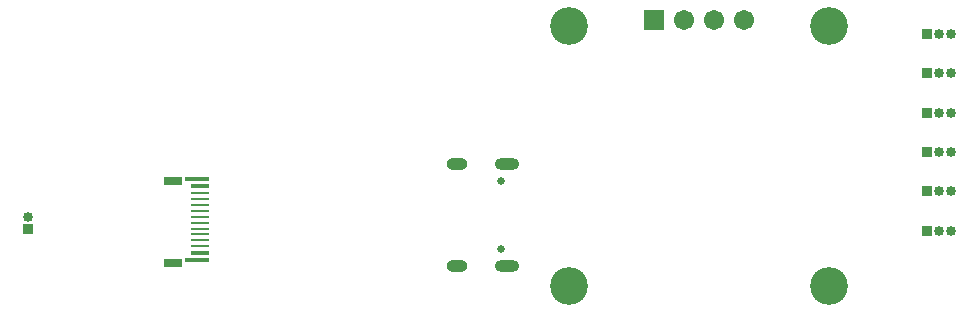
<source format=gbr>
%TF.GenerationSoftware,KiCad,Pcbnew,9.0.3*%
%TF.CreationDate,2025-07-28T19:10:52+02:00*%
%TF.ProjectId,hermes,6865726d-6573-42e6-9b69-6361645f7063,rev?*%
%TF.SameCoordinates,Original*%
%TF.FileFunction,Soldermask,Bot*%
%TF.FilePolarity,Negative*%
%FSLAX46Y46*%
G04 Gerber Fmt 4.6, Leading zero omitted, Abs format (unit mm)*
G04 Created by KiCad (PCBNEW 9.0.3) date 2025-07-28 19:10:52*
%MOMM*%
%LPD*%
G01*
G04 APERTURE LIST*
G04 Aperture macros list*
%AMRoundRect*
0 Rectangle with rounded corners*
0 $1 Rounding radius*
0 $2 $3 $4 $5 $6 $7 $8 $9 X,Y pos of 4 corners*
0 Add a 4 corners polygon primitive as box body*
4,1,4,$2,$3,$4,$5,$6,$7,$8,$9,$2,$3,0*
0 Add four circle primitives for the rounded corners*
1,1,$1+$1,$2,$3*
1,1,$1+$1,$4,$5*
1,1,$1+$1,$6,$7*
1,1,$1+$1,$8,$9*
0 Add four rect primitives between the rounded corners*
20,1,$1+$1,$2,$3,$4,$5,0*
20,1,$1+$1,$4,$5,$6,$7,0*
20,1,$1+$1,$6,$7,$8,$9,0*
20,1,$1+$1,$8,$9,$2,$3,0*%
G04 Aperture macros list end*
%ADD10RoundRect,0.102000X-0.754000X-0.754000X0.754000X-0.754000X0.754000X0.754000X-0.754000X0.754000X0*%
%ADD11C,1.712000*%
%ADD12C,3.204000*%
%ADD13R,0.850000X0.850000*%
%ADD14C,0.850000*%
%ADD15C,0.650000*%
%ADD16O,2.100000X1.000000*%
%ADD17O,1.800000X1.000000*%
%ADD18R,1.550000X0.410000*%
%ADD19R,1.550000X0.260000*%
%ADD20R,1.500000X0.800000*%
%ADD21R,2.050000X0.360000*%
%ADD22R,1.500000X0.700000*%
G04 APERTURE END LIST*
D10*
%TO.C,U3*%
X159080000Y-89152500D03*
D11*
X161620000Y-89152500D03*
X164160000Y-89152500D03*
X166700000Y-89152500D03*
D12*
X151890000Y-89652500D03*
X173890000Y-89652500D03*
X173890000Y-111652500D03*
X151890000Y-111652500D03*
%TD*%
D13*
%TO.C,PWM6*%
X182180000Y-90340000D03*
D14*
X183180000Y-90340000D03*
X184180000Y-90340000D03*
%TD*%
D13*
%TO.C,PWM5*%
X182180000Y-93670000D03*
D14*
X183180000Y-93670000D03*
X184180000Y-93670000D03*
%TD*%
D13*
%TO.C,PWM4*%
X182180000Y-97000000D03*
D14*
X183180000Y-97000000D03*
X184180000Y-97000000D03*
%TD*%
D13*
%TO.C,PWM1*%
X182180000Y-106990000D03*
D14*
X183180000Y-106990000D03*
X184180000Y-106990000D03*
%TD*%
D13*
%TO.C,PWM3*%
X182180000Y-100330000D03*
D14*
X183180000Y-100330000D03*
X184180000Y-100330000D03*
%TD*%
D15*
%TO.C,J1*%
X146085000Y-102780000D03*
X146085000Y-108560000D03*
D16*
X146585000Y-101350000D03*
D17*
X142405000Y-101350000D03*
D16*
X146585000Y-109990000D03*
D17*
X142405000Y-109990000D03*
%TD*%
D13*
%TO.C,PWM2*%
X182180000Y-103660000D03*
D14*
X183180000Y-103660000D03*
X184180000Y-103660000D03*
%TD*%
%TO.C,12VBattery1*%
X106090000Y-105860000D03*
D13*
X106090000Y-106860000D03*
%TD*%
D18*
%TO.C,P1*%
X120647517Y-108895452D03*
D19*
X120647517Y-108320452D03*
X120647517Y-107820452D03*
X120647517Y-107320452D03*
X120647517Y-106820452D03*
X120647517Y-106320452D03*
X120647517Y-105820452D03*
X120647517Y-105320452D03*
X120647517Y-104820452D03*
X120647517Y-104320452D03*
X120647517Y-103820452D03*
D18*
X120647517Y-103245452D03*
D20*
X118327517Y-109695452D03*
D21*
X120397517Y-109475452D03*
D22*
X118327517Y-102800452D03*
D21*
X120397517Y-102665452D03*
%TD*%
M02*

</source>
